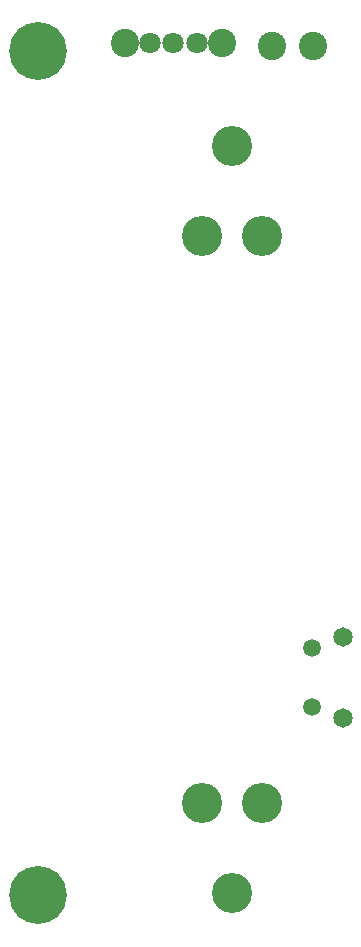
<source format=gbs>
G04 #@! TF.GenerationSoftware,KiCad,Pcbnew,(2017-01-24 revision 0b6147e)-makepkg*
G04 #@! TF.CreationDate,2017-05-22T07:18:10-07:00*
G04 #@! TF.ProjectId,SolderSniffer9000,536F6C646572536E6966666572393030,rev?*
G04 #@! TF.FileFunction,Soldermask,Bot*
G04 #@! TF.FilePolarity,Negative*
%FSLAX46Y46*%
G04 Gerber Fmt 4.6, Leading zero omitted, Abs format (unit mm)*
G04 Created by KiCad (PCBNEW (2017-01-24 revision 0b6147e)-makepkg) date 05/22/17 07:18:10*
%MOMM*%
%LPD*%
G01*
G04 APERTURE LIST*
%ADD10C,0.100000*%
%ADD11C,3.400000*%
%ADD12C,2.400000*%
%ADD13C,1.800000*%
%ADD14C,1.650006*%
%ADD15C,1.504000*%
%ADD16C,4.900000*%
G04 APERTURE END LIST*
D10*
D11*
X156100000Y-110100000D03*
X151020000Y-110100000D03*
X153560000Y-117720000D03*
X156100000Y-62100000D03*
X151020000Y-62100000D03*
X153560000Y-54480000D03*
D12*
X156950000Y-46024000D03*
X160450000Y-46024000D03*
X152690000Y-45720000D03*
X144490000Y-45720000D03*
D13*
X148590000Y-45720000D03*
X150590000Y-45720000D03*
X146590000Y-45720000D03*
D14*
X162980000Y-102920000D03*
X162980000Y-96060000D03*
D15*
X160310000Y-96992060D03*
X160310000Y-101992060D03*
D16*
X137110000Y-46430000D03*
X137110000Y-117930000D03*
M02*

</source>
